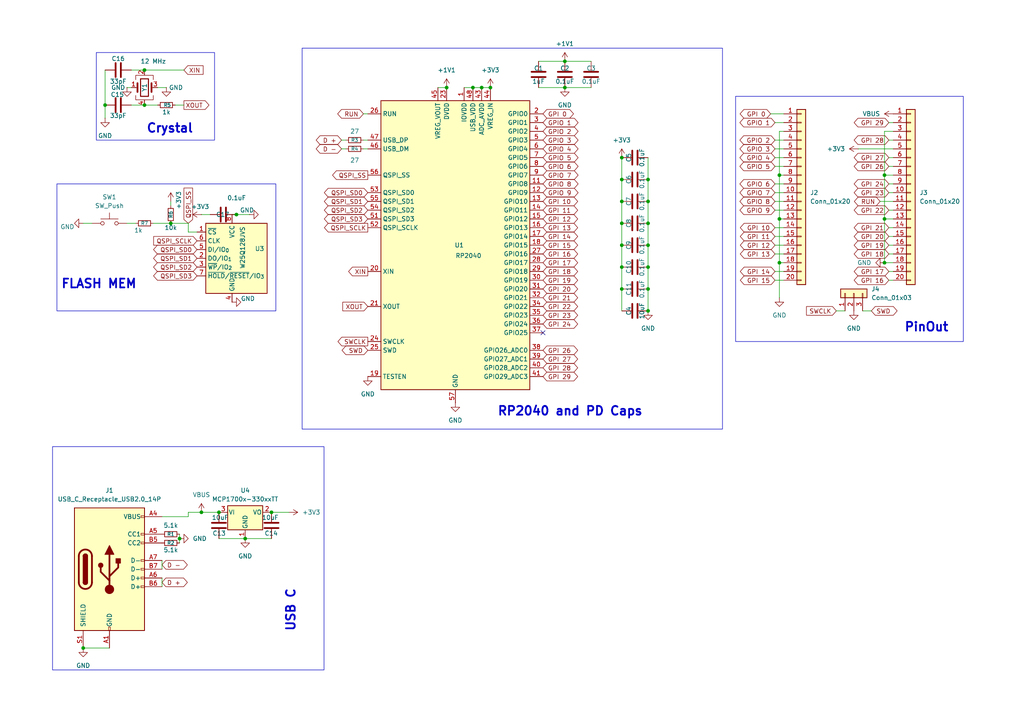
<source format=kicad_sch>
(kicad_sch (version 20250114) (generator "eeschema") (generator_version "9.0")
  (paper "A4")
  (lib_symbols
    (symbol "Connector:USB_C_Receptacle_USB2.0_14P" (pin_names (offset 1.016))
      (property "Reference" "J" (at 0 22.225 0))
      (property "Value" "USB_C_Receptacle_USB2.0_14P" (at 0 19.685 0))
      (symbol "USB_C_Receptacle_USB2.0_14P_0_0"
        (rectangle (start -0.254 -17.78) (end 0.254 -16.764))
        (rectangle (start 10.16 15.494) (end 9.144 14.986))
        (rectangle (start 10.16 10.414) (end 9.144 9.906))
        (rectangle (start 10.16 7.874) (end 9.144 7.366))
        (rectangle (start 10.16 2.794) (end 9.144 2.286))
        (rectangle (start 10.16 0.254) (end 9.144 -0.254))
        (rectangle (start 10.16 -2.286) (end 9.144 -2.794))
        (rectangle (start 10.16 -4.826) (end 9.144 -5.334))
      )
      (symbol "USB_C_Receptacle_USB2.0_14P_0_1"
        (rectangle (start -10.16 17.78) (end 10.16 -17.78) (stroke (width 0.254)) (fill (type background)))
        (polyline (pts (xy -8.89 -3.81) (xy -8.89 3.81)) (stroke (width 0.508)))
        (rectangle (start -7.62 -3.81) (end -6.35 3.81) (stroke (width 0.254)) (fill (type outline)))
        (arc (start -7.62 3.81) (mid -6.985 4.4423) (end -6.35 3.81) (stroke (width 0.254)))
        (arc (start -7.62 3.81) (mid -6.985 4.4423) (end -6.35 3.81) (stroke (width 0.254)) (fill (type outline)))
        (arc (start -8.89 3.81) (mid -6.985 5.7067) (end -5.08 3.81) (stroke (width 0.508)))
        (arc (start -5.08 -3.81) (mid -6.985 -5.7067) (end -8.89 -3.81) (stroke (width 0.508)))
        (arc (start -6.35 -3.81) (mid -6.985 -4.4423) (end -7.62 -3.81) (stroke (width 0.254)))
        (arc (start -6.35 -3.81) (mid -6.985 -4.4423) (end -7.62 -3.81) (stroke (width 0.254)) (fill (type outline)))
        (polyline (pts (xy -5.08 3.81) (xy -5.08 -3.81)) (stroke (width 0.508)))
        (circle (center -2.54 1.143) (radius 0.635) (stroke (width 0.254)) (fill (type outline)))
        (polyline (pts (xy -1.27 4.318) (xy 0 6.858) (xy 1.27 4.318) (xy -1.27 4.318)) (stroke (width 0.254)) (fill (type outline)))
        (polyline (pts (xy 0 -2.032) (xy 2.54 0.508) (xy 2.54 1.778)) (stroke (width 0.508)))
        (polyline (pts (xy 0 -3.302) (xy -2.54 -0.762) (xy -2.54 0.508)) (stroke (width 0.508)))
        (polyline (pts (xy 0 -5.842) (xy 0 4.318)) (stroke (width 0.508)))
        (circle (center 0 -5.842) (radius 1.27) (fill (type outline)))
        (rectangle (start 1.905 1.778) (end 3.175 3.048) (stroke (width 0.254)) (fill (type outline)))
      )
      (symbol "USB_C_Receptacle_USB2.0_14P_1_1"
        (pin passive line (at -7.62 -22.86 90) (length 5.08) (name "SHIELD") (number "S1"))
        (pin passive line (at 0 -22.86 90) (length 5.08) (name "GND") (number "A1"))
        (pin passive line (at 0 -22.86 90) (length 5.08) (hide yes) (name "GND") (number "A12"))
        (pin passive line (at 0 -22.86 90) (length 5.08) (hide yes) (name "GND") (number "B1"))
        (pin passive line (at 0 -22.86 90) (length 5.08) (hide yes) (name "GND") (number "B12"))
        (pin passive line (at 15.24 15.24 180) (length 5.08) (name "VBUS") (number "A4"))
        (pin passive line (at 15.24 15.24 180) (length 5.08) (hide yes) (name "VBUS") (number "A9"))
        (pin passive line (at 15.24 15.24 180) (length 5.08) (hide yes) (name "VBUS") (number "B4"))
        (pin passive line (at 15.24 15.24 180) (length 5.08) (hide yes) (name "VBUS") (number "B9"))
        (pin bidirectional line (at 15.24 10.16 180) (length 5.08) (name "CC1") (number "A5"))
        (pin bidirectional line (at 15.24 7.62 180) (length 5.08) (name "CC2") (number "B5"))
        (pin bidirectional line (at 15.24 2.54 180) (length 5.08) (name "D-") (number "A7"))
        (pin bidirectional line (at 15.24 0 180) (length 5.08) (name "D-") (number "B7"))
        (pin bidirectional line (at 15.24 -2.54 180) (length 5.08) (name "D+") (number "A6"))
        (pin bidirectional line (at 15.24 -5.08 180) (length 5.08) (name "D+") (number "B6"))
      )
    )
    (symbol "Connector_Generic:Conn_01x03" (pin_names (offset 1.016) (hide yes))
      (property "Reference" "J" (at 0 5.08 0))
      (property "Value" "Conn_01x03" (at 0 -5.08 0))
      (symbol "Conn_01x03_1_1"
        (rectangle (start -1.27 3.81) (end 1.27 -3.81) (stroke (width 0.254)) (fill (type background)))
        (rectangle (start -1.27 2.667) (end 0 2.413) (stroke (width 0.1524)))
        (rectangle (start -1.27 0.127) (end 0 -0.127) (stroke (width 0.1524)))
        (rectangle (start -1.27 -2.413) (end 0 -2.667) (stroke (width 0.1524)))
        (pin passive line (at -5.08 2.54 0) (length 3.81) (name "Pin_1") (number "1"))
        (pin passive line (at -5.08 0 0) (length 3.81) (name "Pin_2") (number "2"))
        (pin passive line (at -5.08 -2.54 0) (length 3.81) (name "Pin_3") (number "3"))
      )
    )
    (symbol "Connector_Generic:Conn_01x20" (pin_names (offset 1.016) (hide yes))
      (property "Reference" "J" (at 0 25.4 0))
      (property "Value" "Conn_01x20" (at 0 -27.94 0))
      (symbol "Conn_01x20_1_1"
        (rectangle (start -1.27 24.13) (end 1.27 -26.67) (stroke (width 0.254)) (fill (type background)))
        (rectangle (start -1.27 22.987) (end 0 22.733) (stroke (width 0.1524)))
        (rectangle (start -1.27 20.447) (end 0 20.193) (stroke (width 0.1524)))
        (rectangle (start -1.27 17.907) (end 0 17.653) (stroke (width 0.1524)))
        (rectangle (start -1.27 15.367) (end 0 15.113) (stroke (width 0.1524)))
        (rectangle (start -1.27 12.827) (end 0 12.573) (stroke (width 0.1524)))
        (rectangle (start -1.27 10.287) (end 0 10.033) (stroke (width 0.1524)))
        (rectangle (start -1.27 7.747) (end 0 7.493) (stroke (width 0.1524)))
        (rectangle (start -1.27 5.207) (end 0 4.953) (stroke (width 0.1524)))
        (rectangle (start -1.27 2.667) (end 0 2.413) (stroke (width 0.1524)))
        (rectangle (start -1.27 0.127) (end 0 -0.127) (stroke (width 0.1524)))
        (rectangle (start -1.27 -2.413) (end 0 -2.667) (stroke (width 0.1524)))
        (rectangle (start -1.27 -4.953) (end 0 -5.207) (stroke (width 0.1524)))
        (rectangle (start -1.27 -7.493) (end 0 -7.747) (stroke (width 0.1524)))
        (rectangle (start -1.27 -10.033) (end 0 -10.287) (stroke (width 0.1524)))
        (rectangle (start -1.27 -12.573) (end 0 -12.827) (stroke (width 0.1524)))
        (rectangle (start -1.27 -15.113) (end 0 -15.367) (stroke (width 0.1524)))
        (rectangle (start -1.27 -17.653) (end 0 -17.907) (stroke (width 0.1524)))
        (rectangle (start -1.27 -20.193) (end 0 -20.447) (stroke (width 0.1524)))
        (rectangle (start -1.27 -22.733) (end 0 -22.987) (stroke (width 0.1524)))
        (rectangle (start -1.27 -25.273) (end 0 -25.527) (stroke (width 0.1524)))
        (pin passive line (at -5.08 22.86 0) (length 3.81) (name "Pin_1") (number "1"))
        (pin passive line (at -5.08 20.32 0) (length 3.81) (name "Pin_2") (number "2"))
        (pin passive line (at -5.08 17.78 0) (length 3.81) (name "Pin_3") (number "3"))
        (pin passive line (at -5.08 15.24 0) (length 3.81) (name "Pin_4") (number "4"))
        (pin passive line (at -5.08 12.7 0) (length 3.81) (name "Pin_5") (number "5"))
        (pin passive line (at -5.08 10.16 0) (length 3.81) (name "Pin_6") (number "6"))
        (pin passive line (at -5.08 7.62 0) (length 3.81) (name "Pin_7") (number "7"))
        (pin passive line (at -5.08 5.08 0) (length 3.81) (name "Pin_8") (number "8"))
        (pin passive line (at -5.08 2.54 0) (length 3.81) (name "Pin_9") (number "9"))
        (pin passive line (at -5.08 0 0) (length 3.81) (name "Pin_10") (number "10"))
        (pin passive line (at -5.08 -2.54 0) (length 3.81) (name "Pin_11") (number "11"))
        (pin passive line (at -5.08 -5.08 0) (length 3.81) (name "Pin_12") (number "12"))
        (pin passive line (at -5.08 -7.62 0) (length 3.81) (name "Pin_13") (number "13"))
        (pin passive line (at -5.08 -10.16 0) (length 3.81) (name "Pin_14") (number "14"))
        (pin passive line (at -5.08 -12.7 0) (length 3.81) (name "Pin_15") (number "15"))
        (pin passive line (at -5.08 -15.24 0) (length 3.81) (name "Pin_16") (number "16"))
        (pin passive line (at -5.08 -17.78 0) (length 3.81) (name "Pin_17") (number "17"))
        (pin passive line (at -5.08 -20.32 0) (length 3.81) (name "Pin_18") (number "18"))
        (pin passive line (at -5.08 -22.86 0) (length 3.81) (name "Pin_19") (number "19"))
        (pin passive line (at -5.08 -25.4 0) (length 3.81) (name "Pin_20") (number "20"))
      )
    )
    (symbol "Device:C" (pin_numbers (hide yes)) (pin_names (offset 0.254))
      (property "Reference" "C" (at 0.635 2.54 0))
      (property "Value" "C" (at 0.635 -2.54 0))
      (symbol "C_0_1"
        (polyline (pts (xy -2.032 0.762) (xy 2.032 0.762)) (stroke (width 0.508)))
        (polyline (pts (xy -2.032 -0.762) (xy 2.032 -0.762)) (stroke (width 0.508)))
      )
      (symbol "C_1_1"
        (pin passive line (at 0 3.81 270) (length 2.794) (name "~") (number "1"))
        (pin passive line (at 0 -3.81 90) (length 2.794) (name "~") (number "2"))
      )
    )
    (symbol "Device:Crystal_GND24" (pin_names (offset 1.016) (hide yes))
      (property "Reference" "Y" (at 3.175 5.08 0))
      (property "Value" "Crystal_GND24" (at 3.175 3.175 0))
      (symbol "Crystal_GND24_0_1"
        (polyline (pts (xy -2.54 2.286) (xy -2.54 3.556) (xy 2.54 3.556) (xy 2.54 2.286)))
        (polyline (pts (xy -2.54 0) (xy -2.032 0)))
        (polyline (pts (xy -2.54 -2.286) (xy -2.54 -3.556) (xy 2.54 -3.556) (xy 2.54 -2.286)))
        (polyline (pts (xy -2.032 -1.27) (xy -2.032 1.27)) (stroke (width 0.508)))
        (rectangle (start -1.143 2.54) (end 1.143 -2.54) (stroke (width 0.3048)))
        (polyline (pts (xy 0 3.556) (xy 0 3.81)))
        (polyline (pts (xy 0 -3.81) (xy 0 -3.556)))
        (polyline (pts (xy 2.032 0) (xy 2.54 0)))
        (polyline (pts (xy 2.032 -1.27) (xy 2.032 1.27)) (stroke (width 0.508)))
      )
      (symbol "Crystal_GND24_1_1"
        (pin passive line (at -3.81 0 0) (length 1.27) (name "1") (number "1"))
        (pin passive line (at 0 5.08 270) (length 1.27) (name "2") (number "2"))
        (pin passive line (at 0 -5.08 90) (length 1.27) (name "4") (number "4"))
        (pin passive line (at 3.81 0 180) (length 1.27) (name "3") (number "3"))
      )
    )
    (symbol "Device:R_Small" (pin_numbers (hide yes)) (pin_names (offset 0.254) (hide yes))
      (property "Reference" "R" (at 0 0 90))
      (property "Value" "R_Small" (at 1.778 0 90))
      (symbol "R_Small_0_1"
        (rectangle (start -0.762 1.778) (end 0.762 -1.778) (stroke (width 0.2032)))
      )
      (symbol "R_Small_1_1"
        (pin passive line (at 0 2.54 270) (length 0.762) (name "~") (number "1"))
        (pin passive line (at 0 -2.54 90) (length 0.762) (name "~") (number "2"))
      )
    )
    (symbol "MCU_RaspberryPi:RP2040"
      (property "Reference" "U" (at 17.78 45.72 0))
      (property "Value" "RP2040" (at 17.78 43.18 0))
      (symbol "RP2040_0_1"
        (rectangle (start -21.59 41.91) (end 21.59 -41.91) (stroke (width 0.254)) (fill (type background)))
      )
      (symbol "RP2040_1_1"
        (pin input line (at -25.4 38.1 0) (length 3.81) (name "RUN") (number "26"))
        (pin bidirectional line (at -25.4 30.48 0) (length 3.81) (name "USB_DP") (number "47"))
        (pin bidirectional line (at -25.4 27.94 0) (length 3.81) (name "USB_DM") (number "46"))
        (pin bidirectional line (at -25.4 20.32 0) (length 3.81) (name "QSPI_SS") (number "56"))
        (pin bidirectional line (at -25.4 15.24 0) (length 3.81) (name "QSPI_SD0") (number "53"))
        (pin bidirectional line (at -25.4 12.7 0) (length 3.81) (name "QSPI_SD1") (number "55"))
        (pin bidirectional line (at -25.4 10.16 0) (length 3.81) (name "QSPI_SD2") (number "54"))
        (pin bidirectional line (at -25.4 7.62 0) (length 3.81) (name "QSPI_SD3") (number "51"))
        (pin output line (at -25.4 5.08 0) (length 3.81) (name "QSPI_SCLK") (number "52"))
        (pin input line (at -25.4 -7.62 0) (length 3.81) (name "XIN") (number "20"))
        (pin passive line (at -25.4 -17.78 0) (length 3.81) (name "XOUT") (number "21"))
        (pin input line (at -25.4 -27.94 0) (length 3.81) (name "SWCLK") (number "24"))
        (pin bidirectional line (at -25.4 -30.48 0) (length 3.81) (name "SWD") (number "25"))
        (pin input line (at -25.4 -38.1 0) (length 3.81) (name "TESTEN") (number "19"))
        (pin power_out line (at -5.08 45.72 270) (length 3.81) (name "VREG_VOUT") (number "45"))
        (pin power_in line (at -2.54 45.72 270) (length 3.81) (name "DVDD") (number "23"))
        (pin passive line (at -2.54 45.72 270) (length 3.81) (hide yes) (name "DVDD") (number "50"))
        (pin power_in line (at 0 -45.72 90) (length 3.81) (name "GND") (number "57"))
        (pin power_in line (at 2.54 45.72 270) (length 3.81) (name "IOVDD") (number "1"))
        (pin passive line (at 2.54 45.72 270) (length 3.81) (hide yes) (name "IOVDD") (number "10"))
        (pin passive line (at 2.54 45.72 270) (length 3.81) (hide yes) (name "IOVDD") (number "22"))
        (pin passive line (at 2.54 45.72 270) (length 3.81) (hide yes) (name "IOVDD") (number "33"))
        (pin passive line (at 2.54 45.72 270) (length 3.81) (hide yes) (name "IOVDD") (number "42"))
        (pin passive line (at 2.54 45.72 270) (length 3.81) (hide yes) (name "IOVDD") (number "49"))
        (pin power_in line (at 5.08 45.72 270) (length 3.81) (name "USB_VDD") (number "48"))
        (pin power_in line (at 7.62 45.72 270) (length 3.81) (name "ADC_AVDD") (number "43"))
        (pin power_in line (at 10.16 45.72 270) (length 3.81) (name "VREG_IN") (number "44"))
        (pin bidirectional line (at 25.4 38.1 180) (length 3.81) (name "GPIO0") (number "2"))
        (pin bidirectional line (at 25.4 35.56 180) (length 3.81) (name "GPIO1") (number "3"))
        (pin bidirectional line (at 25.4 33.02 180) (length 3.81) (name "GPIO2") (number "4"))
        (pin bidirectional line (at 25.4 30.48 180) (length 3.81) (name "GPIO3") (number "5"))
        (pin bidirectional line (at 25.4 27.94 180) (length 3.81) (name "GPIO4") (number "6"))
        (pin bidirectional line (at 25.4 25.4 180) (length 3.81) (name "GPIO5") (number "7"))
        (pin bidirectional line (at 25.4 22.86 180) (length 3.81) (name "GPIO6") (number "8"))
        (pin bidirectional line (at 25.4 20.32 180) (length 3.81) (name "GPIO7") (number "9"))
        (pin bidirectional line (at 25.4 17.78 180) (length 3.81) (name "GPIO8") (number "11"))
        (pin bidirectional line (at 25.4 15.24 180) (length 3.81) (name "GPIO9") (number "12"))
        (pin bidirectional line (at 25.4 12.7 180) (length 3.81) (name "GPIO10") (number "13"))
        (pin bidirectional line (at 25.4 10.16 180) (length 3.81) (name "GPIO11") (number "14"))
        (pin bidirectional line (at 25.4 7.62 180) (length 3.81) (name "GPIO12") (number "15"))
        (pin bidirectional line (at 25.4 5.08 180) (length 3.81) (name "GPIO13") (number "16"))
        (pin bidirectional line (at 25.4 2.54 180) (length 3.81) (name "GPIO14") (number "17"))
        (pin bidirectional line (at 25.4 0 180) (length 3.81) (name "GPIO15") (number "18"))
        (pin bidirectional line (at 25.4 -2.54 180) (length 3.81) (name "GPIO16") (number "27"))
        (pin bidirectional line (at 25.4 -5.08 180) (length 3.81) (name "GPIO17") (number "28"))
        (pin bidirectional line (at 25.4 -7.62 180) (length 3.81) (name "GPIO18") (number "29"))
        (pin bidirectional line (at 25.4 -10.16 180) (length 3.81) (name "GPIO19") (number "30"))
        (pin bidirectional line (at 25.4 -12.7 180) (length 3.81) (name "GPIO20") (number "31"))
        (pin bidirectional line (at 25.4 -15.24 180) (length 3.81) (name "GPIO21") (number "32"))
        (pin bidirectional line (at 25.4 -17.78 180) (length 3.81) (name "GPIO22") (number "34"))
        (pin bidirectional line (at 25.4 -20.32 180) (length 3.81) (name "GPIO23") (number "35"))
        (pin bidirectional line (at 25.4 -22.86 180) (length 3.81) (name "GPIO24") (number "36"))
        (pin bidirectional line (at 25.4 -25.4 180) (length 3.81) (name "GPIO25") (number "37"))
        (pin bidirectional line (at 25.4 -30.48 180) (length 3.81) (name "GPIO26_ADC0") (number "38"))
        (pin bidirectional line (at 25.4 -33.02 180) (length 3.81) (name "GPIO27_ADC1") (number "39"))
        (pin bidirectional line (at 25.4 -35.56 180) (length 3.81) (name "GPIO28_ADC2") (number "40"))
        (pin bidirectional line (at 25.4 -38.1 180) (length 3.81) (name "GPIO29_ADC3") (number "41"))
      )
    )
    (symbol "Memory_Flash:W25Q128JVS"
      (property "Reference" "U" (at -6.35 11.43 0))
      (property "Value" "W25Q128JVS" (at 7.62 11.43 0))
      (symbol "W25Q128JVS_0_1"
        (rectangle (start -7.62 10.16) (end 10.16 -10.16) (stroke (width 0.254)) (fill (type background)))
      )
      (symbol "W25Q128JVS_1_1"
        (pin input line (at -10.16 7.62 0) (length 2.54) (name "~{CS}") (number "1"))
        (pin input line (at -10.16 5.08 0) (length 2.54) (name "CLK") (number "6"))
        (pin bidirectional line (at -10.16 2.54 0) (length 2.54) (name "DI/IO_{0}") (number "5"))
        (pin bidirectional line (at -10.16 0 0) (length 2.54) (name "DO/IO_{1}") (number "2"))
        (pin bidirectional line (at -10.16 -2.54 0) (length 2.54) (name "~{WP}/IO_{2}") (number "3"))
        (pin bidirectional line (at -10.16 -5.08 0) (length 2.54) (name "~{HOLD}/~{RESET}/IO_{3}") (number "7"))
        (pin power_in line (at 0 12.7 270) (length 2.54) (name "VCC") (number "8"))
        (pin power_in line (at 0 -12.7 90) (length 2.54) (name "GND") (number "4"))
      )
    )
    (symbol "Regulator_Linear:MCP1700x-330xxTT" (pin_names (offset 0.254))
      (property "Reference" "U" (at -3.81 3.175 0))
      (property "Value" "MCP1700x-330xxTT" (at 0 3.175 0))
      (symbol "MCP1700x-330xxTT_0_1"
        (rectangle (start -5.08 1.905) (end 5.08 -5.08) (stroke (width 0.254)) (fill (type background)))
      )
      (symbol "MCP1700x-330xxTT_1_1"
        (pin power_in line (at -7.62 0 0) (length 2.54) (name "VI") (number "3"))
        (pin power_in line (at 0 -7.62 90) (length 2.54) (name "GND") (number "1"))
        (pin power_out line (at 7.62 0 180) (length 2.54) (name "VO") (number "2"))
      )
    )
    (symbol "Switch:SW_Push" (pin_numbers (hide yes)) (pin_names (offset 1.016) (hide yes))
      (property "Reference" "SW" (at 1.27 2.54 0))
      (property "Value" "SW_Push" (at 0 -1.524 0))
      (symbol "SW_Push_0_1"
        (circle (center -2.032 0) (radius 0.508))
        (polyline (pts (xy 0 1.27) (xy 0 3.048)))
        (circle (center 2.032 0) (radius 0.508))
        (polyline (pts (xy 2.54 1.27) (xy -2.54 1.27)))
        (pin passive line (at -5.08 0 0) (length 2.54) (name "1") (number "1"))
        (pin passive line (at 5.08 0 180) (length 2.54) (name "2") (number "2"))
      )
    )
    (symbol "power:+1V1" (power) (pin_numbers (hide yes)) (pin_names (offset 0) (hide yes))
      (property "Value" "+1V1" (at 0 3.556 0))
      (symbol "+1V1_0_1"
        (polyline (pts (xy -0.762 1.27) (xy 0 2.54)))
        (polyline (pts (xy 0 2.54) (xy 0.762 1.27)))
        (polyline (pts (xy 0 0) (xy 0 2.54)))
      )
      (symbol "+1V1_1_1"
        (pin power_in line (at 0 0 90) (length 0) (name "~") (number "1"))
      )
    )
    (symbol "power:+3V3" (power) (pin_numbers (hide yes)) (pin_names (offset 0) (hide yes))
      (property "Value" "+3V3" (at 0 3.556 0))
      (symbol "+3V3_0_1"
        (polyline (pts (xy -0.762 1.27) (xy 0 2.54)))
        (polyline (pts (xy 0 2.54) (xy 0.762 1.27)))
        (polyline (pts (xy 0 0) (xy 0 2.54)))
      )
      (symbol "+3V3_1_1"
        (pin power_in line (at 0 0 90) (length 0) (name "~") (number "1"))
      )
    )
    (symbol "power:GND" (power) (pin_numbers (hide yes)) (pin_names (offset 0) (hide yes))
      (property "Value" "GND" (at 0 -3.81 0))
      (symbol "GND_0_1"
        (polyline (pts (xy 0 0) (xy 0 -1.27) (xy 1.27 -1.27) (xy 0 -2.54) (xy -1.27 -1.27) (xy 0 -1.27)))
      )
      (symbol "GND_1_1"
        (pin power_in line (at 0 0 270) (length 0) (name "~") (number "1"))
      )
    )
    (symbol "power:VBUS" (power) (pin_numbers (hide yes)) (pin_names (offset 0) (hide yes))
      (property "Value" "VBUS" (at 0 3.556 0))
      (symbol "VBUS_0_1"
        (polyline (pts (xy -0.762 1.27) (xy 0 2.54)))
        (polyline (pts (xy 0 2.54) (xy 0.762 1.27)))
        (polyline (pts (xy 0 0) (xy 0 2.54)))
      )
      (symbol "VBUS_1_1"
        (pin power_in line (at 0 0 90) (length 0) (name "~") (number "1"))
      )
    )
  )
  (rectangle (start 16.51 53.34) (end 80.01 90.17))
  (rectangle (start 27.94 15.24) (end 62.23 40.64))
  (rectangle (start 213.36 27.94) (end 279.4 99.06))
  (rectangle (start 15.24 129.54) (end 93.98 194.31))
  (rectangle (start 87.63 13.97) (end 209.55 124.46))
  (text "USB C" (at 84.328 177.038 90) (effects (font (size 2.54 2.54) (thickness 0.508) (bold yes))))
  (text "PinOut\n" (at 268.732 94.996 0) (effects (font (size 2.54 2.54) (thickness 0.508) (bold yes))))
  (text "FLASH MEM\n" (at 28.702 82.459 0) (effects (font (size 2.54 2.54) (thickness 0.508) (bold yes))))
  (text "RP2040 and PD Caps" (at 165.354 119.38 0) (effects (font (size 2.54 2.54) (thickness 0.508) (bold yes))))
  (text "Crystal" (at 49.276 37.338 0) (effects (font (size 2.54 2.54) (thickness 0.508) (bold yes))))
  (junction (at 41.91 30.48))
  (junction (at 41.91 20.32))
  (junction (at 187.96 64.77))
  (junction (at 163.83 25.4))
  (junction (at 187.96 83.82))
  (junction (at 256.54 63.5))
  (junction (at 180.34 83.82))
  (junction (at 52.07 156.21))
  (junction (at 187.96 77.47))
  (junction (at 187.96 71.12))
  (junction (at 180.34 77.47))
  (junction (at 226.06 50.8))
  (junction (at 256.54 50.8))
  (junction (at 180.34 64.77))
  (junction (at 71.12 156.21))
  (junction (at 30.48 30.48))
  (junction (at 226.06 63.5))
  (junction (at 180.34 58.42))
  (junction (at 142.24 25.4))
  (junction (at 226.06 76.2))
  (junction (at 68.58 62.23))
  (junction (at 137.16 25.4))
  (junction (at 180.34 45.72))
  (junction (at 163.83 17.78))
  (junction (at 187.96 52.07))
  (junction (at 139.7 25.4))
  (junction (at 24.13 187.96))
  (junction (at 256.54 76.2))
  (junction (at 78.74 148.59))
  (junction (at 58.42 148.59))
  (junction (at 129.54 25.4))
  (junction (at 187.96 90.17))
  (junction (at 180.34 71.12))
  (junction (at 187.96 58.42))
  (junction (at 180.34 52.07))
  (junction (at 49.53 64.77))
  (junction (at 63.5 148.59))
  (no_connect (at 157.48 96.52))
  (wire (pts (xy 226.06 76.2) (xy 226.06 86.36)))
  (wire (pts (xy 187.96 83.82) (xy 187.96 90.17)))
  (wire (pts (xy 38.1 30.48) (xy 41.91 30.48)))
  (wire (pts (xy 224.79 45.72) (xy 227.33 45.72)))
  (wire (pts (xy 46.99 162.56) (xy 46.99 165.1)))
  (wire (pts (xy 257.81 48.26) (xy 259.08 48.26)))
  (wire (pts (xy 63.5 156.21) (xy 71.12 156.21)))
  (wire (pts (xy 78.74 148.59) (xy 83.82 148.59)))
  (wire (pts (xy 257.81 81.28) (xy 259.08 81.28)))
  (wire (pts (xy 187.96 64.77) (xy 187.96 71.12)))
  (wire (pts (xy 187.96 71.12) (xy 187.96 77.47)))
  (wire (pts (xy 223.52 33.02) (xy 227.33 33.02)))
  (wire (pts (xy 54.61 149.86) (xy 54.61 148.59)))
  (wire (pts (xy 224.79 73.66) (xy 227.33 73.66)))
  (wire (pts (xy 248.92 43.18) (xy 259.08 43.18)))
  (wire (pts (xy 224.79 53.34) (xy 227.33 53.34)))
  (wire (pts (xy 224.79 66.04) (xy 227.33 66.04)))
  (wire (pts (xy 259.08 38.1) (xy 256.54 38.1)))
  (wire (pts (xy 156.21 25.4) (xy 163.83 25.4)))
  (wire (pts (xy 99.06 40.64) (xy 100.33 40.64)))
  (wire (pts (xy 257.81 45.72) (xy 259.08 45.72)))
  (wire (pts (xy 105.41 40.64) (xy 106.68 40.64)))
  (wire (pts (xy 257.81 73.66) (xy 259.08 73.66)))
  (wire (pts (xy 49.53 58.42) (xy 49.53 59.69)))
  (wire (pts (xy 226.06 38.1) (xy 226.06 50.8)))
  (wire (pts (xy 227.33 63.5) (xy 226.06 63.5)))
  (wire (pts (xy 30.48 30.48) (xy 30.48 34.29)))
  (wire (pts (xy 58.42 62.23) (xy 60.96 62.23)))
  (wire (pts (xy 45.72 30.48) (xy 41.91 30.48)))
  (wire (pts (xy 180.34 83.82) (xy 180.34 90.17)))
  (wire (pts (xy 180.34 77.47) (xy 180.34 83.82)))
  (wire (pts (xy 224.79 35.56) (xy 227.33 35.56)))
  (wire (pts (xy 46.99 167.64) (xy 46.99 170.18)))
  (wire (pts (xy 255.27 58.42) (xy 259.08 58.42)))
  (wire (pts (xy 257.81 55.88) (xy 259.08 55.88)))
  (wire (pts (xy 224.79 48.26) (xy 227.33 48.26)))
  (wire (pts (xy 71.12 156.21) (xy 78.74 156.21)))
  (wire (pts (xy 224.79 71.12) (xy 227.33 71.12)))
  (wire (pts (xy 257.81 78.74) (xy 259.08 78.74)))
  (wire (pts (xy 49.53 64.77) (xy 54.61 64.77)))
  (wire (pts (xy 257.81 60.96) (xy 259.08 60.96)))
  (wire (pts (xy 224.79 78.74) (xy 227.33 78.74)))
  (wire (pts (xy 257.81 40.64) (xy 259.08 40.64)))
  (wire (pts (xy 105.41 43.18) (xy 106.68 43.18)))
  (wire (pts (xy 257.81 53.34) (xy 259.08 53.34)))
  (wire (pts (xy 44.45 64.77) (xy 49.53 64.77)))
  (wire (pts (xy 68.58 62.23) (xy 67.31 62.23)))
  (wire (pts (xy 226.06 50.8) (xy 227.33 50.8)))
  (wire (pts (xy 180.34 52.07) (xy 180.34 58.42)))
  (wire (pts (xy 52.07 154.94) (xy 52.07 156.21)))
  (wire (pts (xy 224.79 60.96) (xy 227.33 60.96)))
  (wire (pts (xy 256.54 50.8) (xy 256.54 63.5)))
  (wire (pts (xy 30.48 20.32) (xy 30.48 30.48)))
  (wire (pts (xy 134.62 25.4) (xy 137.16 25.4)))
  (wire (pts (xy 256.54 63.5) (xy 256.54 76.2)))
  (wire (pts (xy 127 25.4) (xy 129.54 25.4)))
  (wire (pts (xy 242.57 90.17) (xy 245.11 90.17)))
  (wire (pts (xy 139.7 25.4) (xy 142.24 25.4)))
  (wire (pts (xy 187.96 45.72) (xy 187.96 52.07)))
  (wire (pts (xy 46.99 149.86) (xy 54.61 149.86)))
  (wire (pts (xy 257.81 71.12) (xy 259.08 71.12)))
  (wire (pts (xy 24.13 187.96) (xy 31.75 187.96)))
  (wire (pts (xy 163.83 25.4) (xy 171.45 25.4)))
  (wire (pts (xy 256.54 50.8) (xy 259.08 50.8)))
  (wire (pts (xy 180.34 71.12) (xy 180.34 77.47)))
  (wire (pts (xy 187.96 77.47) (xy 187.96 83.82)))
  (wire (pts (xy 58.42 148.59) (xy 63.5 148.59)))
  (wire (pts (xy 163.83 17.78) (xy 171.45 17.78)))
  (wire (pts (xy 36.83 64.77) (xy 39.37 64.77)))
  (wire (pts (xy 226.06 50.8) (xy 226.06 63.5)))
  (wire (pts (xy 187.96 52.07) (xy 187.96 58.42)))
  (wire (pts (xy 54.61 67.31) (xy 57.15 67.31)))
  (wire (pts (xy 52.07 156.21) (xy 52.07 157.48)))
  (wire (pts (xy 36.83 25.4) (xy 38.1 25.4)))
  (wire (pts (xy 180.34 58.42) (xy 180.34 64.77)))
  (wire (pts (xy 257.81 66.04) (xy 259.08 66.04)))
  (wire (pts (xy 224.79 40.64) (xy 227.33 40.64)))
  (wire (pts (xy 105.41 33.02) (xy 106.68 33.02)))
  (wire (pts (xy 224.79 55.88) (xy 227.33 55.88)))
  (wire (pts (xy 54.61 148.59) (xy 58.42 148.59)))
  (wire (pts (xy 24.13 64.77) (xy 26.67 64.77)))
  (wire (pts (xy 53.34 20.32) (xy 41.91 20.32)))
  (wire (pts (xy 137.16 25.4) (xy 139.7 25.4)))
  (wire (pts (xy 163.83 17.78) (xy 156.21 17.78)))
  (wire (pts (xy 226.06 76.2) (xy 226.06 63.5)))
  (wire (pts (xy 256.54 38.1) (xy 256.54 50.8)))
  (wire (pts (xy 259.08 76.2) (xy 256.54 76.2)))
  (wire (pts (xy 252.73 90.17) (xy 250.19 90.17)))
  (wire (pts (xy 224.79 81.28) (xy 227.33 81.28)))
  (wire (pts (xy 38.1 20.32) (xy 41.91 20.32)))
  (wire (pts (xy 227.33 38.1) (xy 226.06 38.1)))
  (wire (pts (xy 48.26 25.4) (xy 45.72 25.4)))
  (wire (pts (xy 257.81 35.56) (xy 259.08 35.56)))
  (wire (pts (xy 53.34 30.48) (xy 50.8 30.48)))
  (wire (pts (xy 180.34 45.72) (xy 180.34 52.07)))
  (wire (pts (xy 224.79 43.18) (xy 227.33 43.18)))
  (wire (pts (xy 72.39 62.23) (xy 68.58 62.23)))
  (wire (pts (xy 224.79 58.42) (xy 227.33 58.42)))
  (wire (pts (xy 180.34 64.77) (xy 180.34 71.12)))
  (wire (pts (xy 99.06 43.18) (xy 100.33 43.18)))
  (wire (pts (xy 224.79 68.58) (xy 227.33 68.58)))
  (wire (pts (xy 187.96 58.42) (xy 187.96 64.77)))
  (wire (pts (xy 226.06 76.2) (xy 227.33 76.2)))
  (wire (pts (xy 257.81 68.58) (xy 259.08 68.58)))
  (wire (pts (xy 54.61 64.77) (xy 54.61 67.31)))
  (wire (pts (xy 256.54 63.5) (xy 259.08 63.5)))
  (global_label "GPI 12" (shape bidirectional) (at 157.48 63.5 0) (property "Intersheetrefs" "${INTERSHEET_REFS}" (effects (hide yes))))
  (global_label "GPIO 7" (shape bidirectional) (at 157.48 50.8 0) (property "Intersheetrefs" "${INTERSHEET_REFS}" (effects (hide yes))))
  (global_label "QSPI_SCLK" (shape output) (at 106.68 66.04 180) (property "Intersheetrefs" "${INTERSHEET_REFS}" (effects (hide yes))))
  (global_label "SWCLK" (shape input) (at 242.57 90.17 180) (property "Intersheetrefs" "${INTERSHEET_REFS}" (effects (hide yes))))
  (global_label "D -" (shape bidirectional) (at 46.99 163.83 0) (property "Intersheetrefs" "${INTERSHEET_REFS}" (effects (hide yes))))
  (global_label "GPI 20" (shape bidirectional) (at 257.81 68.58 180) (property "Intersheetrefs" "${INTERSHEET_REFS}" (effects (hide yes))))
  (global_label "D -" (shape bidirectional) (at 99.06 43.18 180) (property "Intersheetrefs" "${INTERSHEET_REFS}" (effects (hide yes))))
  (global_label "GPI 19" (shape bidirectional) (at 257.81 71.12 180) (property "Intersheetrefs" "${INTERSHEET_REFS}" (effects (hide yes))))
  (global_label "GPI 29" (shape bidirectional) (at 257.81 35.56 180) (property "Intersheetrefs" "${INTERSHEET_REFS}" (effects (hide yes))))
  (global_label "QSPI_SD3" (shape bidirectional) (at 57.15 80.01 180) (property "Intersheetrefs" "${INTERSHEET_REFS}" (effects (hide yes))))
  (global_label "GPIO 2" (shape bidirectional) (at 157.48 38.1 0) (property "Intersheetrefs" "${INTERSHEET_REFS}" (effects (hide yes))))
  (global_label "XOUT" (shape input) (at 106.68 88.9 180) (property "Intersheetrefs" "${INTERSHEET_REFS}" (effects (hide yes))))
  (global_label "GPI 12" (shape bidirectional) (at 224.79 71.12 180) (property "Intersheetrefs" "${INTERSHEET_REFS}" (effects (hide yes))))
  (global_label "GPI 10" (shape bidirectional) (at 157.48 58.42 0) (property "Intersheetrefs" "${INTERSHEET_REFS}" (effects (hide yes))))
  (global_label "GPI 15" (shape bidirectional) (at 157.48 71.12 0) (property "Intersheetrefs" "${INTERSHEET_REFS}" (effects (hide yes))))
  (global_label "GPI 27" (shape bidirectional) (at 157.48 104.14 0) (property "Intersheetrefs" "${INTERSHEET_REFS}" (effects (hide yes))))
  (global_label "GPI 28" (shape bidirectional) (at 157.48 106.68 0) (property "Intersheetrefs" "${INTERSHEET_REFS}" (effects (hide yes))))
  (global_label "GPI 14" (shape bidirectional) (at 157.48 68.58 0) (property "Intersheetrefs" "${INTERSHEET_REFS}" (effects (hide yes))))
  (global_label "GPIO 3" (shape bidirectional) (at 224.79 43.18 180) (property "Intersheetrefs" "${INTERSHEET_REFS}" (effects (hide yes))))
  (global_label "QSPI_SS" (shape output) (at 106.68 50.8 180) (property "Intersheetrefs" "${INTERSHEET_REFS}" (effects (hide yes))))
  (global_label "QSPI_SD2" (shape bidirectional) (at 106.68 60.96 180) (property "Intersheetrefs" "${INTERSHEET_REFS}" (effects (hide yes))))
  (global_label "GPI 16" (shape bidirectional) (at 257.81 81.28 180) (property "Intersheetrefs" "${INTERSHEET_REFS}" (effects (hide yes))))
  (global_label "GPIO 8" (shape bidirectional) (at 157.48 53.34 0) (property "Intersheetrefs" "${INTERSHEET_REFS}" (effects (hide yes))))
  (global_label "XIN" (shape output) (at 106.68 78.74 180) (property "Intersheetrefs" "${INTERSHEET_REFS}" (effects (hide yes))))
  (global_label "D +" (shape bidirectional) (at 46.99 168.91 0) (property "Intersheetrefs" "${INTERSHEET_REFS}" (effects (hide yes))))
  (global_label "GPI 24" (shape bidirectional) (at 157.48 93.98 0) (property "Intersheetrefs" "${INTERSHEET_REFS}" (effects (hide yes))))
  (global_label "GPIO 4" (shape bidirectional) (at 224.79 45.72 180) (property "Intersheetrefs" "${INTERSHEET_REFS}" (effects (hide yes))))
  (global_label "GPI 23" (shape bidirectional) (at 157.48 91.44 0) (property "Intersheetrefs" "${INTERSHEET_REFS}" (effects (hide yes))))
  (global_label "GPI 29" (shape bidirectional) (at 157.48 109.22 0) (property "Intersheetrefs" "${INTERSHEET_REFS}" (effects (hide yes))))
  (global_label "GPIO 5" (shape bidirectional) (at 224.79 48.26 180) (property "Intersheetrefs" "${INTERSHEET_REFS}" (effects (hide yes))))
  (global_label "GPI 16" (shape bidirectional) (at 157.48 73.66 0) (property "Intersheetrefs" "${INTERSHEET_REFS}" (effects (hide yes))))
  (global_label "GPI 21" (shape bidirectional) (at 157.48 86.36 0) (property "Intersheetrefs" "${INTERSHEET_REFS}" (effects (hide yes))))
  (global_label "GPI 17" (shape bidirectional) (at 257.81 78.74 180) (property "Intersheetrefs" "${INTERSHEET_REFS}" (effects (hide yes))))
  (global_label "QSPI_SD0" (shape bidirectional) (at 106.68 55.88 180) (property "Intersheetrefs" "${INTERSHEET_REFS}" (effects (hide yes))))
  (global_label "GPI 26" (shape bidirectional) (at 257.81 48.26 180) (property "Intersheetrefs" "${INTERSHEET_REFS}" (effects (hide yes))))
  (global_label "GPI 26" (shape bidirectional) (at 157.48 101.6 0) (property "Intersheetrefs" "${INTERSHEET_REFS}" (effects (hide yes))))
  (global_label "GPI 0" (shape bidirectional) (at 157.48 33.02 0) (property "Intersheetrefs" "${INTERSHEET_REFS}" (effects (hide yes))))
  (global_label "GPI 21" (shape bidirectional) (at 257.81 66.04 180) (property "Intersheetrefs" "${INTERSHEET_REFS}" (effects (hide yes))))
  (global_label "QSPI_SCLK" (shape input) (at 57.15 69.85 180) (property "Intersheetrefs" "${INTERSHEET_REFS}" (effects (hide yes))))
  (global_label "GPI 0" (shape bidirectional) (at 223.52 33.02 180) (property "Intersheetrefs" "${INTERSHEET_REFS}" (effects (hide yes))))
  (global_label "GPIO 6" (shape bidirectional) (at 157.48 48.26 0) (property "Intersheetrefs" "${INTERSHEET_REFS}" (effects (hide yes))))
  (global_label "QSPI_SS" (shape input) (at 54.61 64.77 90) (property "Intersheetrefs" "${INTERSHEET_REFS}" (effects (hide yes))))
  (global_label "GPI 23" (shape bidirectional) (at 257.81 55.88 180) (property "Intersheetrefs" "${INTERSHEET_REFS}" (effects (hide yes))))
  (global_label "SWCLK" (shape output) (at 106.68 99.06 180) (property "Intersheetrefs" "${INTERSHEET_REFS}" (effects (hide yes))))
  (global_label "GPIO 2" (shape bidirectional) (at 224.79 40.64 180) (property "Intersheetrefs" "${INTERSHEET_REFS}" (effects (hide yes))))
  (global_label "GPIO 7" (shape bidirectional) (at 224.79 55.88 180) (property "Intersheetrefs" "${INTERSHEET_REFS}" (effects (hide yes))))
  (global_label "QSPI_SD1" (shape bidirectional) (at 57.15 74.93 180) (property "Intersheetrefs" "${INTERSHEET_REFS}" (effects (hide yes))))
  (global_label "GPI 11" (shape bidirectional) (at 157.48 60.96 0) (property "Intersheetrefs" "${INTERSHEET_REFS}" (effects (hide yes))))
  (global_label "GPIO 8" (shape bidirectional) (at 224.79 58.42 180) (property "Intersheetrefs" "${INTERSHEET_REFS}" (effects (hide yes))))
  (global_label "RUN" (shape bidirectional) (at 255.27 58.42 180) (property "Intersheetrefs" "${INTERSHEET_REFS}" (effects (hide yes))))
  (global_label "GPI 28" (shape bidirectional) (at 257.81 40.64 180) (property "Intersheetrefs" "${INTERSHEET_REFS}" (effects (hide yes))))
  (global_label "GPI 18" (shape bidirectional) (at 257.81 73.66 180) (property "Intersheetrefs" "${INTERSHEET_REFS}" (effects (hide yes))))
  (global_label "GPI 11" (shape bidirectional) (at 224.79 68.58 180) (property "Intersheetrefs" "${INTERSHEET_REFS}" (effects (hide yes))))
  (global_label "GPI 13" (shape bidirectional) (at 224.79 73.66 180) (property "Intersheetrefs" "${INTERSHEET_REFS}" (effects (hide yes))))
  (global_label "GPIO 3" (shape bidirectional) (at 157.48 40.64 0) (property "Intersheetrefs" "${INTERSHEET_REFS}" (effects (hide yes))))
  (global_label "GPI 27" (shape bidirectional) (at 257.81 45.72 180) (property "Intersheetrefs" "${INTERSHEET_REFS}" (effects (hide yes))))
  (global_label "GPI 17" (shape bidirectional) (at 157.48 76.2 0) (property "Intersheetrefs" "${INTERSHEET_REFS}" (effects (hide yes))))
  (global_label "GPI 19" (shape bidirectional) (at 157.48 81.28 0) (property "Intersheetrefs" "${INTERSHEET_REFS}" (effects (hide yes))))
  (global_label "GPIO 9" (shape bidirectional) (at 157.48 55.88 0) (property "Intersheetrefs" "${INTERSHEET_REFS}" (effects (hide yes))))
  (global_label "SWD" (shape bidirectional) (at 252.73 90.17 0) (property "Intersheetrefs" "${INTERSHEET_REFS}" (effects (hide yes))))
  (global_label "QSPI_SD0" (shape bidirectional) (at 57.15 72.39 180) (property "Intersheetrefs" "${INTERSHEET_REFS}" (effects (hide yes))))
  (global_label "GPI 22" (shape bidirectional) (at 257.81 60.96 180) (property "Intersheetrefs" "${INTERSHEET_REFS}" (effects (hide yes))))
  (global_label "GPIO 4" (shape bidirectional) (at 157.48 43.18 0) (property "Intersheetrefs" "${INTERSHEET_REFS}" (effects (hide yes))))
  (global_label "GPIO 1" (shape bidirectional) (at 224.79 35.56 180) (property "Intersheetrefs" "${INTERSHEET_REFS}" (effects (hide yes))))
  (global_label "GPI 22" (shape bidirectional) (at 157.48 88.9 0) (property "Intersheetrefs" "${INTERSHEET_REFS}" (effects (hide yes))))
  (global_label "QSPI_SD3" (shape bidirectional) (at 106.68 63.5 180) (property "Intersheetrefs" "${INTERSHEET_REFS}" (effects (hide yes))))
  (global_label "GPIO 6" (shape bidirectional) (at 224.79 53.34 180) (property "Intersheetrefs" "${INTERSHEET_REFS}" (effects (hide yes))))
  (global_label "GPIO 1" (shape bidirectional) (at 157.48 35.56 0) (property "Intersheetrefs" "${INTERSHEET_REFS}" (effects (hide yes))))
  (global_label "RUN" (shape bidirectional) (at 105.41 33.02 180) (property "Intersheetrefs" "${INTERSHEET_REFS}" (effects (hide yes))))
  (global_label "GPI 13" (shape bidirectional) (at 157.48 66.04 0) (property "Intersheetrefs" "${INTERSHEET_REFS}" (effects (hide yes))))
  (global_label "GPI 20" (shape bidirectional) (at 157.48 83.82 0) (property "Intersheetrefs" "${INTERSHEET_REFS}" (effects (hide yes))))
  (global_label "GPIO 5" (shape bidirectional) (at 157.48 45.72 0) (property "Intersheetrefs" "${INTERSHEET_REFS}" (effects (hide yes))))
  (global_label "GPI 24" (shape bidirectional) (at 257.81 53.34 180) (property "Intersheetrefs" "${INTERSHEET_REFS}" (effects (hide yes))))
  (global_label "GPIO 9" (shape bidirectional) (at 224.79 60.96 180) (property "Intersheetrefs" "${INTERSHEET_REFS}" (effects (hide yes))))
  (global_label "XIN" (shape input) (at 53.34 20.32 0) (property "Intersheetrefs" "${INTERSHEET_REFS}" (effects (hide yes))))
  (global_label "QSPI_SD2" (shape bidirectional) (at 57.15 77.47 180) (property "Intersheetrefs" "${INTERSHEET_REFS}" (effects (hide yes))))
  (global_label "SWD" (shape bidirectional) (at 106.68 101.6 180) (property "Intersheetrefs" "${INTERSHEET_REFS}" (effects (hide yes))))
  (global_label "GPI 18" (shape bidirectional) (at 157.48 78.74 0) (property "Intersheetrefs" "${INTERSHEET_REFS}" (effects (hide yes))))
  (global_label "QSPI_SD1" (shape bidirectional) (at 106.68 58.42 180) (property "Intersheetrefs" "${INTERSHEET_REFS}" (effects (hide yes))))
  (global_label "GPI 14" (shape bidirectional) (at 224.79 78.74 180) (property "Intersheetrefs" "${INTERSHEET_REFS}" (effects (hide yes))))
  (global_label "GPI 15" (shape bidirectional) (at 224.79 81.28 180) (property "Intersheetrefs" "${INTERSHEET_REFS}" (effects (hide yes))))
  (global_label "XOUT" (shape output) (at 53.34 30.48 0) (property "Intersheetrefs" "${INTERSHEET_REFS}" (effects (hide yes))))
  (global_label "D +" (shape bidirectional) (at 99.06 40.64 180) (property "Intersheetrefs" "${INTERSHEET_REFS}" (effects (hide yes))))
  (global_label "GPI 10" (shape bidirectional) (at 224.79 66.04 180) (property "Intersheetrefs" "${INTERSHEET_REFS}" (effects (hide yes))))
  (symbol (lib_id "power:GND") (at 30.48 34.29 0) (unit 1)
    (property "Reference" "#PWR012" (effects (hide yes)))
    (property "Value" "GND" (at 30.48 39.37 0))
    (property "Description" "Power symbol creates a global label with name \"GND\" , ground" (effects (hide yes)))
  )
  (symbol (lib_id "power:+3V3") (at 83.82 148.59 270) (unit 1)
    (property "Reference" "#PWR011" (effects (hide yes)))
    (property "Value" "+3V3" (at 87.63 148.5899 90) (effects (justify left)))
    (property "Description" "Power symbol creates a global label with name \"+3V3\"" (effects (hide yes)))
  )
  (symbol (lib_id "power:GND") (at 106.68 109.22 0) (unit 1)
    (property "Reference" "#PWR021" (effects (hide yes)))
    (property "Value" "GND" (at 106.68 114.3 0))
    (property "Description" "Power symbol creates a global label with name \"GND\" , ground" (effects (hide yes)))
  )
  (symbol (lib_id "Device:R_Small") (at 102.87 43.18 90) (unit 1)
    (property "Reference" "R4" (at 102.87 43.18 90) (effects (font (size 1.016 1.016))))
    (property "Value" "27" (at 102.87 46.482 90))
    (property "Footprint" "NEW RES:R_0402_1005Metric" (effects (hide yes)))
    (property "Description" "Resistor, small symbol" (effects (hide yes)))
  )
  (symbol (lib_id "Device:C") (at 64.77 62.23 90) (unit 1)
    (property "Reference" "C17" (at 66.548 62.23 90) (effects (justify left)))
    (property "Value" "0.1uF" (at 71.374 57.404 90) (effects (justify left)))
    (property "Footprint" "Capacitor_SMD:C_0402_1005Metric" (effects (hide yes)))
    (property "Description" "Unpolarized capacitor" (effects (hide yes)))
  )
  (symbol (lib_id "power:VBUS") (at 259.08 33.02 90) (unit 1)
    (property "Reference" "#PWR026" (effects (hide yes)))
    (property "Value" "VBUS" (at 255.27 33.0199 90) (effects (justify left)))
    (property "Description" "Power symbol creates a global label with name \"VBUS\"" (effects (hide yes)))
  )
  (symbol (lib_id "Device:C") (at 184.15 77.47 90) (unit 1)
    (property "Reference" "C10" (at 182.372 77.47 0))
    (property "Value" "0.1uF" (at 186.182 77.47 0))
    (property "Footprint" "Capacitor_SMD:C_0402_1005Metric" (effects (hide yes)))
    (property "Description" "Unpolarized capacitor" (effects (hide yes)))
  )
  (symbol (lib_id "power:GND") (at 24.13 187.96 0) (unit 1)
    (property "Reference" "#PWR07" (effects (hide yes)))
    (property "Value" "GND" (at 24.13 193.04 0))
    (property "Description" "Power symbol creates a global label with name \"GND\" , ground" (effects (hide yes)))
  )
  (symbol (lib_id "Device:C") (at 184.15 71.12 90) (unit 1)
    (property "Reference" "C9" (at 182.372 71.12 0))
    (property "Value" "0.1uF" (at 186.182 71.12 0))
    (property "Footprint" "Capacitor_SMD:C_0402_1005Metric" (effects (hide yes)))
    (property "Description" "Unpolarized capacitor" (effects (hide yes)))
  )
  (symbol (lib_id "Device:R_Small") (at 102.87 40.64 90) (unit 1)
    (property "Reference" "R3" (at 102.87 40.64 90) (effects (font (size 1.016 1.016))))
    (property "Value" "27" (at 102.87 38.1 90))
    (property "Footprint" "NEW RES:R_0402_1005Metric" (effects (hide yes)))
    (property "Description" "Resistor, small symbol" (effects (hide yes)))
  )
  (symbol (lib_id "Device:R_Small") (at 49.53 62.23 180) (unit 1)
    (property "Reference" "R6" (at 49.53 62.23 90) (effects (font (size 1.016 1.016))))
    (property "Value" "10k" (at 49.53 66.04 0))
    (property "Footprint" "NEW RES:R_0402_1005Metric" (effects (hide yes)))
    (property "Description" "Resistor, small symbol" (effects (hide yes)))
  )
  (symbol (lib_id "Device:C") (at 184.15 83.82 90) (unit 1)
    (property "Reference" "C11" (at 182.372 83.82 0))
    (property "Value" "0.1uF" (at 186.182 83.82 0))
    (property "Footprint" "Capacitor_SMD:C_0402_1005Metric" (effects (hide yes)))
    (property "Description" "Unpolarized capacitor" (effects (hide yes)))
  )
  (symbol (lib_id "power:+3V3") (at 142.24 25.4 0) (unit 1)
    (property "Reference" "#PWR02" (effects (hide yes)))
    (property "Value" "+3V3" (at 142.24 20.32 0))
    (property "Description" "Power symbol creates a global label with name \"+3V3\"" (effects (hide yes)))
  )
  (symbol (lib_id "Device:R_Small") (at 41.91 64.77 270) (unit 1)
    (property "Reference" "R7" (at 41.91 64.77 90) (effects (font (size 1.016 1.016))))
    (property "Value" "1k" (at 40.132 66.802 90))
    (property "Footprint" "NEW RES:R_0402_1005Metric" (effects (hide yes)))
    (property "Description" "Resistor, small symbol" (effects (hide yes)))
  )
  (symbol (lib_id "power:GND") (at 163.83 25.4 0) (unit 1)
    (property "Reference" "#PWR04" (effects (hide yes)))
    (property "Value" "GND" (at 163.83 30.48 0))
    (property "Description" "Power symbol creates a global label with name \"GND\" , ground" (effects (hide yes)))
  )
  (symbol (lib_id "Connector_Generic:Conn_01x20") (at 232.41 55.88 0) (unit 1)
    (property "Reference" "J2" (at 234.95 55.8799 0) (effects (justify left)))
    (property "Value" "Conn_01x20" (at 234.95 58.4199 0) (effects (justify left)))
    (property "Footprint" "Connector_PinHeader_2.54mm:PinHeader_1x20_P2.54mm_Vertical" (effects (hide yes)))
    (property "Description" "Generic connector, single row, 01x20, script generated (kicad-library-utils/schlib/autogen/connector/)" (effects (hide yes)))
  )
  (symbol (lib_id "Connector_Generic:Conn_01x03") (at 247.65 85.09 90) (unit 1)
    (property "Reference" "J4" (at 252.73 83.8199 90) (effects (justify right)))
    (property "Value" "Conn_01x03" (at 252.73 86.3599 90) (effects (justify right)))
    (property "Footprint" "Connector_PinHeader_2.54mm:PinHeader_1x03_P2.54mm_Vertical" (effects (hide yes)))
    (property "Description" "Generic connector, single row, 01x03, script generated (kicad-library-utils/schlib/autogen/connector/)" (effects (hide yes)))
  )
  (symbol (lib_id "power:+1V1") (at 129.54 25.4 0) (unit 1)
    (property "Reference" "#PWR01" (effects (hide yes)))
    (property "Value" "+1V1" (at 129.54 20.32 0))
    (property "Description" "Power symbol creates a global label with name \"+1V1\"" (effects (hide yes)))
  )
  (symbol (lib_id "power:+3V3") (at 248.92 43.18 90) (unit 1)
    (property "Reference" "#PWR025" (effects (hide yes)))
    (property "Value" "+3V3" (at 245.11 43.1799 90) (effects (justify left)))
    (property "Description" "Power symbol creates a global label with name \"+3V3\"" (effects (hide yes)))
  )
  (symbol (lib_id "Device:C") (at 184.15 58.42 90) (unit 1)
    (property "Reference" "C7" (at 182.372 58.42 0))
    (property "Value" "0.1uF" (at 186.182 58.42 0))
    (property "Footprint" "Capacitor_SMD:C_0402_1005Metric" (effects (hide yes)))
    (property "Description" "Unpolarized capacitor" (effects (hide yes)))
  )
  (symbol (lib_id "Device:C") (at 184.15 64.77 90) (unit 1)
    (property "Reference" "C8" (at 182.372 64.77 0))
    (property "Value" "0.1uF" (at 186.182 64.77 0))
    (property "Footprint" "Capacitor_SMD:C_0402_1005Metric" (effects (hide yes)))
    (property "Description" "Unpolarized capacitor" (effects (hide yes)))
  )
  (symbol (lib_id "power:GND") (at 52.07 156.21 90) (unit 1)
    (property "Reference" "#PWR08" (effects (hide yes)))
    (property "Value" "GND" (at 55.88 156.2099 90) (effects (justify right)))
    (property "Description" "Power symbol creates a global label with name \"GND\" , ground" (effects (hide yes)))
  )
  (symbol (lib_id "power:GND") (at 24.13 64.77 270) (unit 1)
    (property "Reference" "#PWR019" (effects (hide yes)))
    (property "Value" "GND" (at 21.59 65.786 90) (effects (justify right)))
    (property "Description" "Power symbol creates a global label with name \"GND\" , ground" (effects (hide yes)))
  )
  (symbol (lib_id "power:GND") (at 48.26 25.4 0) (unit 1)
    (property "Reference" "#PWR014" (effects (hide yes)))
    (property "Value" "GND" (at 53.086 25.4 0) (effects (justify right)))
    (property "Description" "Power symbol creates a global label with name \"GND\" , ground" (effects (hide yes)))
  )
  (symbol (lib_id "power:GND") (at 67.31 87.63 90) (unit 1)
    (property "Reference" "#PWR016" (effects (hide yes)))
    (property "Value" "GND" (at 69.85 86.614 90) (effects (justify right)))
    (property "Description" "Power symbol creates a global label with name \"GND\" , ground" (effects (hide yes)))
  )
  (symbol (lib_id "Device:R_Small") (at 49.53 154.94 90) (unit 1)
    (property "Reference" "R1" (at 49.53 154.94 90) (effects (font (size 1.016 1.016))))
    (property "Value" "5.1k" (at 49.53 152.4 90))
    (property "Footprint" "NEW RES:R_0402_1005Metric" (effects (hide yes)))
    (property "Description" "Resistor, small symbol" (effects (hide yes)))
  )
  (symbol (lib_id "Device:C") (at 171.45 21.59 0) (unit 1)
    (property "Reference" "C3" (at 171.45 19.812 0))
    (property "Value" "0.1uF" (at 171.45 23.622 0))
    (property "Footprint" "Capacitor_SMD:C_0402_1005Metric" (effects (hide yes)))
    (property "Description" "Unpolarized capacitor" (effects (hide yes)))
  )
  (symbol (lib_id "Connector_Generic:Conn_01x20") (at 264.16 55.88 0) (unit 1)
    (property "Reference" "J3" (at 266.7 55.8799 0) (effects (justify left)))
    (property "Value" "Conn_01x20" (at 266.7 58.4199 0) (effects (justify left)))
    (property "Footprint" "Connector_PinHeader_2.54mm:PinHeader_1x20_P2.54mm_Vertical" (effects (hide yes)))
    (property "Description" "Generic connector, single row, 01x20, script generated (kicad-library-utils/schlib/autogen/connector/)" (effects (hide yes)))
  )
  (symbol (lib_id "Device:C") (at 184.15 90.17 90) (unit 1)
    (property "Reference" "C4" (at 182.372 90.17 0))
    (property "Value" "10uF" (at 186.182 90.17 0))
    (property "Footprint" "Capacitor_SMD:C_0402_1005Metric" (effects (hide yes)))
    (property "Description" "Unpolarized capacitor" (effects (hide yes)))
  )
  (symbol (lib_id "power:GND") (at 256.54 76.2 270) (unit 1)
    (property "Reference" "#PWR023" (effects (hide yes)))
    (property "Value" "GND" (at 252.73 76.1999 90) (effects (justify right)))
    (property "Description" "Power symbol creates a global label with name \"GND\" , ground" (effects (hide yes)))
  )
  (symbol (lib_id "Device:C") (at 163.83 21.59 0) (unit 1)
    (property "Reference" "C2" (at 163.83 19.812 0))
    (property "Value" "0.1uF" (at 163.83 23.622 0))
    (property "Footprint" "Capacitor_SMD:C_0402_1005Metric" (effects (hide yes)))
    (property "Description" "Unpolarized capacitor" (effects (hide yes)))
  )
  (symbol (lib_id "Device:C") (at 184.15 52.07 90) (unit 1)
    (property "Reference" "C6" (at 182.372 52.07 0))
    (property "Value" "0.1uF" (at 186.182 52.07 0))
    (property "Footprint" "Capacitor_SMD:C_0402_1005Metric" (effects (hide yes)))
    (property "Description" "Unpolarized capacitor" (effects (hide yes)))
  )
  (symbol (lib_id "MCU_RaspberryPi:RP2040") (at 132.08 71.12 0) (unit 1)
    (property "Reference" "U1" (at 131.826 71.12 0) (effects (justify left)))
    (property "Value" "RP2040" (at 132.08 74.168 0) (effects (justify left)))
    (property "Footprint" "Package_DFN_QFN:QFN-56-1EP_7x7mm_P0.4mm_EP3.2x3.2mm" (effects (hide yes)))
    (property "Datasheet" "https://datasheets.raspberrypi.com/rp2040/rp2040-datasheet.pdf" (effects (hide yes)))
    (property "Description" "A microcontroller by Raspberry Pi" (effects (hide yes)))
  )
  (symbol (lib_id "power:GND") (at 36.83 25.4 0) (unit 1)
    (property "Reference" "#PWR013" (effects (hide yes)))
    (property "Value" "GND" (at 36.322 25.4 0) (effects (justify right)))
    (property "Description" "Power symbol creates a global label with name \"GND\" , ground" (effects (hide yes)))
  )
  (symbol (lib_id "power:+1V1") (at 163.83 17.78 0) (unit 1)
    (property "Reference" "#PWR03" (effects (hide yes)))
    (property "Value" "+1V1" (at 163.83 12.7 0))
    (property "Description" "Power symbol creates a global label with name \"+1V1\"" (effects (hide yes)))
  )
  (symbol (lib_id "Device:C") (at 34.29 30.48 270) (unit 1)
    (property "Reference" "C15" (at 34.036 27.432 90))
    (property "Value" "33pF" (at 34.29 33.528 90))
    (property "Footprint" "Capacitor_SMD:C_0402_1005Metric" (effects (hide yes)))
    (property "Description" "Unpolarized capacitor" (effects (hide yes)))
  )
  (symbol (lib_id "Device:C") (at 184.15 45.72 90) (unit 1)
    (property "Reference" "C5" (at 182.372 45.72 0))
    (property "Value" "0.1uF" (at 186.182 45.72 0))
    (property "Footprint" "Capacitor_SMD:C_0402_1005Metric" (effects (hide yes)))
    (property "Description" "Unpolarized capacitor" (effects (hide yes)))
  )
  (symbol (lib_id "Regulator_Linear:MCP1700x-330xxTT") (at 71.12 148.59 0) (unit 1)
    (property "Reference" "U4" (at 71.12 142.24 0))
    (property "Value" "MCP1700x-330xxTT" (at 71.12 144.78 0))
    (property "Footprint" "Package_TO_SOT_SMD:SOT-23" (effects (hide yes)))
    (property "Datasheet" "http://ww1.microchip.com/downloads/en/DeviceDoc/20001826D.pdf" (effects (hide yes)))
    (property "Description" "250mA Low Quiscent Current LDO, 3.3V output, SOT-23" (effects (hide yes)))
  )
  (symbol (lib_id "Device:C") (at 156.21 21.59 0) (unit 1)
    (property "Reference" "C1" (at 156.21 19.812 0))
    (property "Value" "1uF" (at 156.21 23.622 0))
    (property "Footprint" "Capacitor_SMD:C_0402_1005Metric" (effects (hide yes)))
    (property "Description" "Unpolarized capacitor" (effects (hide yes)))
  )
  (symbol (lib_id "Device:C") (at 63.5 152.4 0) (mirror x) (unit 1)
    (property "Reference" "C13" (at 65.532 154.686 0) (effects (justify right)))
    (property "Value" "10uF" (at 66.294 150.114 0) (effects (justify right)))
    (property "Footprint" "Capacitor_SMD:C_0201_0603Metric" (effects (hide yes)))
    (property "Description" "Unpolarized capacitor" (effects (hide yes)))
  )
  (symbol (lib_id "power:VBUS") (at 58.42 148.59 0) (unit 1)
    (property "Reference" "#PWR010" (effects (hide yes)))
    (property "Value" "VBUS" (at 58.42 143.51 0))
    (property "Description" "Power symbol creates a global label with name \"VBUS\"" (effects (hide yes)))
  )
  (symbol (lib_id "Connector:USB_C_Receptacle_USB2.0_14P") (at 31.75 165.1 0) (unit 1)
    (property "Reference" "J1" (at 31.75 142.24 0))
    (property "Value" "USB_C_Receptacle_USB2.0_14P" (at 31.75 144.78 0))
    (property "Footprint" "Connector_USB:USB_C_Receptacle_HRO_TYPE-C-31-M-12" (effects (hide yes)))
    (property "Datasheet" "https://www.usb.org/sites/default/files/documents/usb_type-c.zip" (effects (hide yes)))
    (property "Description" "USB 2.0-only 14P Type-C Receptacle connector" (effects (hide yes)))
  )
  (symbol (lib_id "power:+3V3") (at 180.34 45.72 0) (unit 1)
    (property "Reference" "#PWR05" (effects (hide yes)))
    (property "Value" "+3V3" (at 180.34 40.64 0))
    (property "Description" "Power symbol creates a global label with name \"+3V3\"" (effects (hide yes)))
  )
  (symbol (lib_id "power:+3V3") (at 49.53 58.42 0) (unit 1)
    (property "Reference" "#PWR018" (effects (hide yes)))
    (property "Value" "+3V3" (at 51.816 60.706 90) (effects (justify left)))
    (property "Description" "Power symbol creates a global label with name \"+3V3\"" (effects (hide yes)))
  )
  (symbol (lib_id "Device:C") (at 34.29 20.32 270) (unit 1)
    (property "Reference" "C16" (at 34.29 17.018 90))
    (property "Value" "33pF" (at 34.29 23.622 90))
    (property "Footprint" "Capacitor_SMD:C_0402_1005Metric" (effects (hide yes)))
    (property "Description" "Unpolarized capacitor" (effects (hide yes)))
  )
  (symbol (lib_id "Memory_Flash:W25Q128JVS") (at 67.31 74.93 0) (unit 1)
    (property "Reference" "U3" (at 73.914 72.136 0) (effects (justify left)))
    (property "Value" "W25Q128JVS" (at 70.358 77.978 90) (effects (justify left)))
    (property "Footprint" "Package_SON:Winbond_USON-8-1EP_3x2mm_P0.5mm_EP0.2x1.6mm" (effects (hide yes)))
    (property "Datasheet" "https://www.winbond.com/resource-files/w25q128jv_dtr%20revc%2003272018%20plus.pdf" (effects (hide yes)))
    (property "Description" "128Mbit / 16MiB Serial Flash Memory, Standard/Dual/Quad SPI, 2.7-3.6V, SOIC-8" (effects (hide yes)))
  )
  (symbol (lib_id "Device:C") (at 78.74 152.4 180) (unit 1)
    (property "Reference" "C14" (at 76.708 154.686 0) (effects (justify right)))
    (property "Value" "10uF" (at 75.946 150.114 0) (effects (justify right)))
    (property "Footprint" "Capacitor_SMD:C_0201_0603Metric" (effects (hide yes)))
    (property "Description" "Unpolarized capacitor" (effects (hide yes)))
  )
  (symbol (lib_id "Switch:SW_Push") (at 31.75 64.77 0) (unit 1)
    (property "Reference" "SW1" (at 31.75 57.15 0))
    (property "Value" "SW_Push" (at 31.75 59.69 0))
    (property "Footprint" "Button_Switch_SMD:SW_Push_SPST_NO_Alps_SKRK" (effects (hide yes)))
    (property "Description" "Push button switch, generic, two pins" (effects (hide yes)))
  )
  (symbol (lib_id "power:GND") (at 132.08 116.84 0) (unit 1)
    (property "Reference" "#PWR020" (effects (hide yes)))
    (property "Value" "GND" (at 132.08 121.92 0))
    (property "Description" "Power symbol creates a global label with name \"GND\" , ground" (effects (hide yes)))
  )
  (symbol (lib_id "power:GND") (at 72.39 62.23 90) (unit 1)
    (property "Reference" "#PWR017" (effects (hide yes)))
    (property "Value" "GND" (at 69.596 60.96 90) (effects (justify right)))
    (property "Description" "Power symbol creates a global label with name \"GND\" , ground" (effects (hide yes)))
  )
  (symbol (lib_id "power:GND") (at 226.06 86.36 0) (unit 1)
    (property "Reference" "#PWR022" (effects (hide yes)))
    (property "Value" "GND" (at 226.06 91.44 0))
    (property "Description" "Power symbol creates a global label with name \"GND\" , ground" (effects (hide yes)))
  )
  (symbol (lib_id "Device:R_Small") (at 48.26 30.48 90) (unit 1)
    (property "Reference" "R5" (at 48.514 30.48 90) (effects (font (size 1.016 1.016))))
    (property "Value" "1k" (at 48.26 32.512 90))
    (property "Footprint" "NEW RES:R_0402_1005Metric" (effects (hide yes)))
    (property "Description" "Resistor, small symbol" (effects (hide yes)))
  )
  (symbol (lib_id "power:GND") (at 247.65 90.17 0) (unit 1)
    (property "Reference" "#PWR024" (effects (hide yes)))
    (property "Value" "GND" (at 247.65 95.25 0))
    (property "Description" "Power symbol creates a global label with name \"GND\" , ground" (effects (hide yes)))
  )
  (symbol (lib_id "power:GND") (at 71.12 156.21 0) (unit 1)
    (property "Reference" "#PWR09" (effects (hide yes)))
    (property "Value" "GND" (at 71.12 161.29 0))
    (property "Description" "Power symbol creates a global label with name \"GND\" , ground" (effects (hide yes)))
  )
  (symbol (lib_id "power:+3V3") (at 58.42 62.23 90) (unit 1)
    (property "Reference" "#PWR015" (effects (hide yes)))
    (property "Value" "+3V3" (at 60.706 59.944 90) (effects (justify left)))
    (property "Description" "Power symbol creates a global label with name \"+3V3\"" (effects (hide yes)))
  )
  (symbol (lib_id "Device:R_Small") (at 49.53 157.48 90) (unit 1)
    (property "Reference" "R2" (at 49.53 157.48 90) (effects (font (size 1.016 1.016))))
    (property "Value" "5.1k" (at 49.53 159.512 90))
    (property "Footprint" "NEW RES:R_0402_1005Metric" (effects (hide yes)))
    (property "Description" "Resistor, small symbol" (effects (hide yes)))
  )
  (symbol (lib_id "power:GND") (at 187.96 90.17 0) (unit 1)
    (property "Reference" "#PWR06" (effects (hide yes)))
    (property "Value" "GND" (at 187.96 95.25 0))
    (property "Description" "Power symbol creates a global label with name \"GND\" , ground" (effects (hide yes)))
  )
  (symbol (lib_id "Device:Crystal_GND24") (at 41.91 25.4 0) (unit 1)
    (property "Reference" "Y1" (at 41.91 25.4 90))
    (property "Value" "12 MHz" (at 44.45 17.78 0))
    (property "Footprint" "Crystal:Crystal_SMD_3225-4Pin_3.2x2.5mm" (effects (hide yes)))
    (property "Description" "Four pin crystal, GND on pins 2 and 4" (effects (hide yes)))
  )
)
</source>
